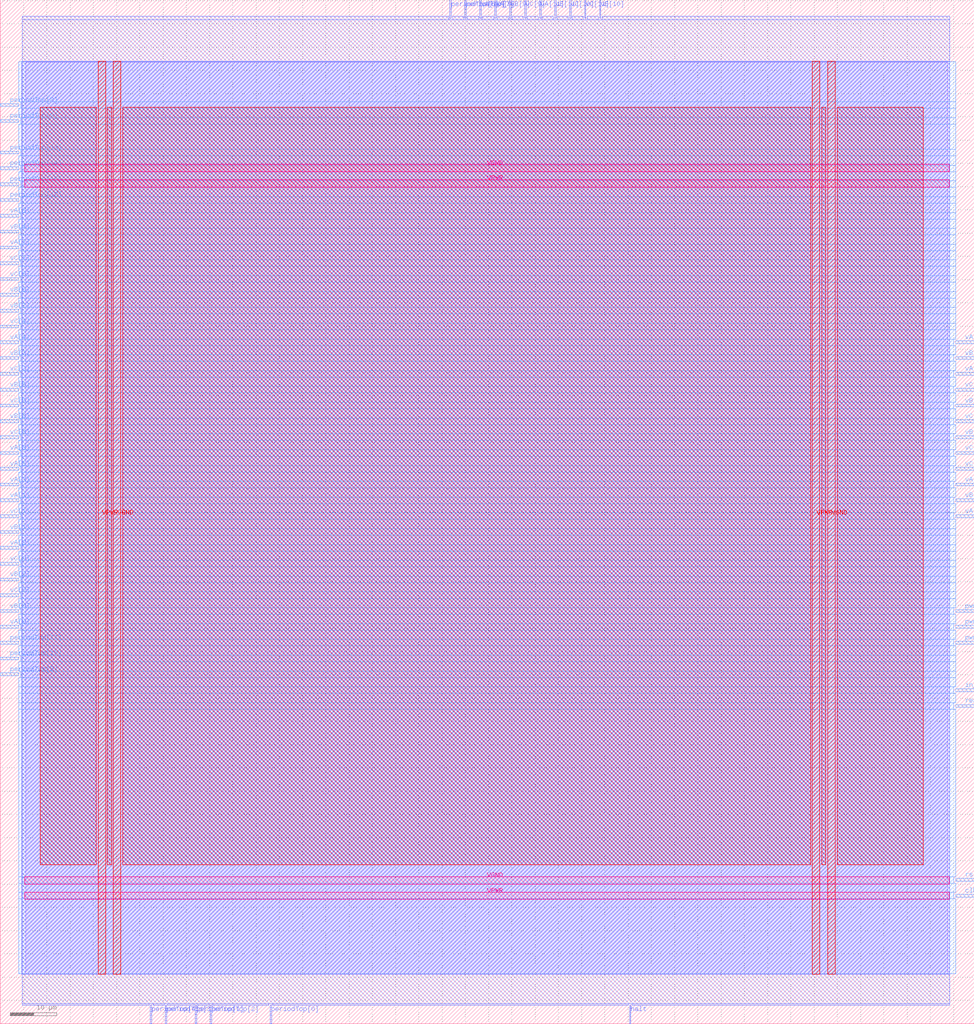
<source format=lef>
VERSION 5.7 ;
  NOWIREEXTENSIONATPIN ON ;
  DIVIDERCHAR "/" ;
  BUSBITCHARS "[]" ;
MACRO svm
  CLASS BLOCK ;
  FOREIGN svm ;
  ORIGIN 0.000 0.000 ;
  SIZE 209.440 BY 220.160 ;
  PIN VGND
    DIRECTION INOUT ;
    USE GROUND ;
    PORT
      LAYER met4 ;
        RECT 24.340 10.640 25.940 206.960 ;
    END
    PORT
      LAYER met4 ;
        RECT 177.940 10.640 179.540 206.960 ;
    END
    PORT
      LAYER met5 ;
        RECT 5.280 30.030 204.020 31.630 ;
    END
    PORT
      LAYER met5 ;
        RECT 5.280 183.210 204.020 184.810 ;
    END
  END VGND
  PIN VPWR
    DIRECTION INOUT ;
    USE POWER ;
    PORT
      LAYER met4 ;
        RECT 21.040 10.640 22.640 206.960 ;
    END
    PORT
      LAYER met4 ;
        RECT 174.640 10.640 176.240 206.960 ;
    END
    PORT
      LAYER met5 ;
        RECT 5.280 26.730 204.020 28.330 ;
    END
    PORT
      LAYER met5 ;
        RECT 5.280 179.910 204.020 181.510 ;
    END
  END VPWR
  PIN clk
    DIRECTION INPUT ;
    USE SIGNAL ;
    ANTENNAGATEAREA 0.852000 ;
    PORT
      LAYER met3 ;
        RECT 205.440 27.240 209.440 27.840 ;
    END
  END clk
  PIN halt
    DIRECTION OUTPUT ;
    USE SIGNAL ;
    ANTENNADIFFAREA 0.795200 ;
    PORT
      LAYER met2 ;
        RECT 135.330 0.000 135.610 4.000 ;
    END
  END halt
  PIN in_valid
    DIRECTION INPUT ;
    USE SIGNAL ;
    ANTENNAGATEAREA 0.196500 ;
    PORT
      LAYER met3 ;
        RECT 205.440 71.440 209.440 72.040 ;
    END
  END in_valid
  PIN periodTop[0]
    DIRECTION INPUT ;
    USE SIGNAL ;
    ANTENNAGATEAREA 0.213000 ;
    PORT
      LAYER met2 ;
        RECT 58.050 0.000 58.330 4.000 ;
    END
  END periodTop[0]
  PIN periodTop[10]
    DIRECTION INPUT ;
    USE SIGNAL ;
    ANTENNAGATEAREA 0.159000 ;
    PORT
      LAYER met3 ;
        RECT 0.000 78.240 4.000 78.840 ;
    END
  END periodTop[10]
  PIN periodTop[11]
    DIRECTION INPUT ;
    USE SIGNAL ;
    ANTENNAGATEAREA 0.213000 ;
    PORT
      LAYER met3 ;
        RECT 0.000 81.640 4.000 82.240 ;
    END
  END periodTop[11]
  PIN periodTop[12]
    DIRECTION INPUT ;
    USE SIGNAL ;
    ANTENNAGATEAREA 0.196500 ;
    PORT
      LAYER met3 ;
        RECT 0.000 176.840 4.000 177.440 ;
    END
  END periodTop[12]
  PIN periodTop[13]
    DIRECTION INPUT ;
    USE SIGNAL ;
    ANTENNAGATEAREA 0.213000 ;
    PORT
      LAYER met3 ;
        RECT 0.000 187.040 4.000 187.640 ;
    END
  END periodTop[13]
  PIN periodTop[14]
    DIRECTION INPUT ;
    USE SIGNAL ;
    ANTENNAGATEAREA 0.213000 ;
    PORT
      LAYER met3 ;
        RECT 0.000 183.640 4.000 184.240 ;
    END
  END periodTop[14]
  PIN periodTop[15]
    DIRECTION INPUT ;
    USE SIGNAL ;
    ANTENNAGATEAREA 0.196500 ;
    PORT
      LAYER met3 ;
        RECT 0.000 180.240 4.000 180.840 ;
    END
  END periodTop[15]
  PIN periodTop[1]
    DIRECTION INPUT ;
    USE SIGNAL ;
    ANTENNAGATEAREA 0.196500 ;
    PORT
      LAYER met2 ;
        RECT 41.950 0.000 42.230 4.000 ;
    END
  END periodTop[1]
  PIN periodTop[2]
    DIRECTION INPUT ;
    USE SIGNAL ;
    ANTENNAGATEAREA 0.196500 ;
    PORT
      LAYER met2 ;
        RECT 45.170 0.000 45.450 4.000 ;
    END
  END periodTop[2]
  PIN periodTop[3]
    DIRECTION INPUT ;
    USE SIGNAL ;
    ANTENNAGATEAREA 0.196500 ;
    PORT
      LAYER met2 ;
        RECT 35.510 0.000 35.790 4.000 ;
    END
  END periodTop[3]
  PIN periodTop[4]
    DIRECTION INPUT ;
    USE SIGNAL ;
    ANTENNAGATEAREA 0.159000 ;
    PORT
      LAYER met2 ;
        RECT 32.290 0.000 32.570 4.000 ;
    END
  END periodTop[4]
  PIN periodTop[5]
    DIRECTION INPUT ;
    USE SIGNAL ;
    ANTENNAGATEAREA 0.213000 ;
    PORT
      LAYER met3 ;
        RECT 0.000 74.840 4.000 75.440 ;
    END
  END periodTop[5]
  PIN periodTop[6]
    DIRECTION INPUT ;
    USE SIGNAL ;
    ANTENNAGATEAREA 0.126000 ;
    PORT
      LAYER met2 ;
        RECT 96.690 216.160 96.970 220.160 ;
    END
  END periodTop[6]
  PIN periodTop[7]
    DIRECTION INPUT ;
    USE SIGNAL ;
    ANTENNAGATEAREA 0.126000 ;
    PORT
      LAYER met2 ;
        RECT 99.910 216.160 100.190 220.160 ;
    END
  END periodTop[7]
  PIN periodTop[8]
    DIRECTION INPUT ;
    USE SIGNAL ;
    ANTENNAGATEAREA 0.126000 ;
    PORT
      LAYER met3 ;
        RECT 0.000 197.240 4.000 197.840 ;
    END
  END periodTop[8]
  PIN periodTop[9]
    DIRECTION INPUT ;
    USE SIGNAL ;
    ANTENNAGATEAREA 0.126000 ;
    PORT
      LAYER met3 ;
        RECT 0.000 193.840 4.000 194.440 ;
    END
  END periodTop[9]
  PIN pwmA
    DIRECTION OUTPUT ;
    USE SIGNAL ;
    ANTENNADIFFAREA 0.795200 ;
    PORT
      LAYER met3 ;
        RECT 205.440 85.040 209.440 85.640 ;
    END
  END pwmA
  PIN pwmB
    DIRECTION OUTPUT ;
    USE SIGNAL ;
    ANTENNADIFFAREA 0.795200 ;
    PORT
      LAYER met3 ;
        RECT 205.440 81.640 209.440 82.240 ;
    END
  END pwmB
  PIN pwmC
    DIRECTION OUTPUT ;
    USE SIGNAL ;
    ANTENNADIFFAREA 0.445500 ;
    PORT
      LAYER met3 ;
        RECT 205.440 88.440 209.440 89.040 ;
    END
  END pwmC
  PIN ready
    DIRECTION OUTPUT ;
    USE SIGNAL ;
    ANTENNADIFFAREA 0.795200 ;
    PORT
      LAYER met3 ;
        RECT 205.440 68.040 209.440 68.640 ;
    END
  END ready
  PIN rstb
    DIRECTION INPUT ;
    USE SIGNAL ;
    ANTENNAGATEAREA 0.196500 ;
    PORT
      LAYER met3 ;
        RECT 205.440 30.640 209.440 31.240 ;
    END
  END rstb
  PIN vA[0]
    DIRECTION INPUT ;
    USE SIGNAL ;
    ANTENNAGATEAREA 0.196500 ;
    PORT
      LAYER met3 ;
        RECT 0.000 85.040 4.000 85.640 ;
    END
  END vA[0]
  PIN vA[10]
    DIRECTION INPUT ;
    USE SIGNAL ;
    ANTENNAGATEAREA 0.196500 ;
    PORT
      LAYER met2 ;
        RECT 103.130 216.160 103.410 220.160 ;
    END
  END vA[10]
  PIN vA[11]
    DIRECTION INPUT ;
    USE SIGNAL ;
    ANTENNAGATEAREA 0.196500 ;
    PORT
      LAYER met2 ;
        RECT 116.010 216.160 116.290 220.160 ;
    END
  END vA[11]
  PIN vA[12]
    DIRECTION INPUT ;
    USE SIGNAL ;
    ANTENNAGATEAREA 0.196500 ;
    PORT
      LAYER met3 ;
        RECT 205.440 108.840 209.440 109.440 ;
    END
  END vA[12]
  PIN vA[13]
    DIRECTION INPUT ;
    USE SIGNAL ;
    ANTENNAGATEAREA 0.196500 ;
    PORT
      LAYER met3 ;
        RECT 205.440 146.240 209.440 146.840 ;
    END
  END vA[13]
  PIN vA[14]
    DIRECTION INPUT ;
    USE SIGNAL ;
    ANTENNAGATEAREA 0.196500 ;
    PORT
      LAYER met3 ;
        RECT 205.440 115.640 209.440 116.240 ;
    END
  END vA[14]
  PIN vA[15]
    DIRECTION INPUT ;
    USE SIGNAL ;
    ANTENNAGATEAREA 0.196500 ;
    PORT
      LAYER met3 ;
        RECT 205.440 139.440 209.440 140.040 ;
    END
  END vA[15]
  PIN vA[1]
    DIRECTION INPUT ;
    USE SIGNAL ;
    ANTENNAGATEAREA 0.196500 ;
    PORT
      LAYER met3 ;
        RECT 0.000 112.240 4.000 112.840 ;
    END
  END vA[1]
  PIN vA[2]
    DIRECTION INPUT ;
    USE SIGNAL ;
    ANTENNAGATEAREA 0.196500 ;
    PORT
      LAYER met3 ;
        RECT 0.000 102.040 4.000 102.640 ;
    END
  END vA[2]
  PIN vA[3]
    DIRECTION INPUT ;
    USE SIGNAL ;
    ANTENNAGATEAREA 0.196500 ;
    PORT
      LAYER met3 ;
        RECT 0.000 115.640 4.000 116.240 ;
    END
  END vA[3]
  PIN vA[4]
    DIRECTION INPUT ;
    USE SIGNAL ;
    ANTENNAGATEAREA 0.196500 ;
    PORT
      LAYER met3 ;
        RECT 0.000 146.240 4.000 146.840 ;
    END
  END vA[4]
  PIN vA[5]
    DIRECTION INPUT ;
    USE SIGNAL ;
    ANTENNAGATEAREA 0.196500 ;
    PORT
      LAYER met3 ;
        RECT 0.000 119.040 4.000 119.640 ;
    END
  END vA[5]
  PIN vA[6]
    DIRECTION INPUT ;
    USE SIGNAL ;
    ANTENNAGATEAREA 0.196500 ;
    PORT
      LAYER met3 ;
        RECT 0.000 173.440 4.000 174.040 ;
    END
  END vA[6]
  PIN vA[7]
    DIRECTION INPUT ;
    USE SIGNAL ;
    ANTENNAGATEAREA 0.196500 ;
    PORT
      LAYER met3 ;
        RECT 0.000 166.640 4.000 167.240 ;
    END
  END vA[7]
  PIN vA[8]
    DIRECTION INPUT ;
    USE SIGNAL ;
    ANTENNAGATEAREA 0.196500 ;
    PORT
      LAYER met3 ;
        RECT 0.000 122.440 4.000 123.040 ;
    END
  END vA[8]
  PIN vA[9]
    DIRECTION INPUT ;
    USE SIGNAL ;
    ANTENNAGATEAREA 0.196500 ;
    PORT
      LAYER met2 ;
        RECT 106.350 216.160 106.630 220.160 ;
    END
  END vA[9]
  PIN vB[0]
    DIRECTION INPUT ;
    USE SIGNAL ;
    ANTENNAGATEAREA 0.196500 ;
    PORT
      LAYER met3 ;
        RECT 0.000 88.440 4.000 89.040 ;
    END
  END vB[0]
  PIN vB[10]
    DIRECTION INPUT ;
    USE SIGNAL ;
    ANTENNAGATEAREA 0.196500 ;
    PORT
      LAYER met2 ;
        RECT 128.890 216.160 129.170 220.160 ;
    END
  END vB[10]
  PIN vB[11]
    DIRECTION INPUT ;
    USE SIGNAL ;
    ANTENNAGATEAREA 0.196500 ;
    PORT
      LAYER met2 ;
        RECT 119.230 216.160 119.510 220.160 ;
    END
  END vB[11]
  PIN vB[12]
    DIRECTION INPUT ;
    USE SIGNAL ;
    ANTENNAGATEAREA 0.196500 ;
    PORT
      LAYER met3 ;
        RECT 205.440 112.240 209.440 112.840 ;
    END
  END vB[12]
  PIN vB[13]
    DIRECTION INPUT ;
    USE SIGNAL ;
    ANTENNAGATEAREA 0.196500 ;
    PORT
      LAYER met3 ;
        RECT 205.440 142.840 209.440 143.440 ;
    END
  END vB[13]
  PIN vB[14]
    DIRECTION INPUT ;
    USE SIGNAL ;
    ANTENNAGATEAREA 0.196500 ;
    PORT
      LAYER met3 ;
        RECT 205.440 125.840 209.440 126.440 ;
    END
  END vB[14]
  PIN vB[15]
    DIRECTION INPUT ;
    USE SIGNAL ;
    ANTENNAGATEAREA 0.196500 ;
    PORT
      LAYER met3 ;
        RECT 205.440 132.640 209.440 133.240 ;
    END
  END vB[15]
  PIN vB[1]
    DIRECTION INPUT ;
    USE SIGNAL ;
    ANTENNAGATEAREA 0.196500 ;
    PORT
      LAYER met3 ;
        RECT 0.000 105.440 4.000 106.040 ;
    END
  END vB[1]
  PIN vB[2]
    DIRECTION INPUT ;
    USE SIGNAL ;
    ANTENNAGATEAREA 0.196500 ;
    PORT
      LAYER met3 ;
        RECT 0.000 95.240 4.000 95.840 ;
    END
  END vB[2]
  PIN vB[3]
    DIRECTION INPUT ;
    USE SIGNAL ;
    ANTENNAGATEAREA 0.196500 ;
    PORT
      LAYER met3 ;
        RECT 0.000 142.840 4.000 143.440 ;
    END
  END vB[3]
  PIN vB[4]
    DIRECTION INPUT ;
    USE SIGNAL ;
    ANTENNAGATEAREA 0.196500 ;
    PORT
      LAYER met3 ;
        RECT 0.000 170.040 4.000 170.640 ;
    END
  END vB[4]
  PIN vB[5]
    DIRECTION INPUT ;
    USE SIGNAL ;
    ANTENNAGATEAREA 0.196500 ;
    PORT
      LAYER met3 ;
        RECT 0.000 136.040 4.000 136.640 ;
    END
  END vB[5]
  PIN vB[6]
    DIRECTION INPUT ;
    USE SIGNAL ;
    ANTENNAGATEAREA 0.196500 ;
    PORT
      LAYER met3 ;
        RECT 0.000 156.440 4.000 157.040 ;
    END
  END vB[6]
  PIN vB[7]
    DIRECTION INPUT ;
    USE SIGNAL ;
    ANTENNAGATEAREA 0.196500 ;
    PORT
      LAYER met3 ;
        RECT 0.000 153.040 4.000 153.640 ;
    END
  END vB[7]
  PIN vB[8]
    DIRECTION INPUT ;
    USE SIGNAL ;
    ANTENNAGATEAREA 0.196500 ;
    PORT
      LAYER met3 ;
        RECT 0.000 129.240 4.000 129.840 ;
    END
  END vB[8]
  PIN vB[9]
    DIRECTION INPUT ;
    USE SIGNAL ;
    ANTENNAGATEAREA 0.196500 ;
    PORT
      LAYER met2 ;
        RECT 109.570 216.160 109.850 220.160 ;
    END
  END vB[9]
  PIN vC[0]
    DIRECTION INPUT ;
    USE SIGNAL ;
    ANTENNAGATEAREA 0.495000 ;
    PORT
      LAYER met3 ;
        RECT 0.000 98.640 4.000 99.240 ;
    END
  END vC[0]
  PIN vC[10]
    DIRECTION INPUT ;
    USE SIGNAL ;
    ANTENNAGATEAREA 0.495000 ;
    PORT
      LAYER met2 ;
        RECT 122.450 216.160 122.730 220.160 ;
    END
  END vC[10]
  PIN vC[11]
    DIRECTION INPUT ;
    USE SIGNAL ;
    ANTENNAGATEAREA 0.196500 ;
    PORT
      LAYER met2 ;
        RECT 125.670 216.160 125.950 220.160 ;
    END
  END vC[11]
  PIN vC[12]
    DIRECTION INPUT ;
    USE SIGNAL ;
    ANTENNAGATEAREA 0.196500 ;
    PORT
      LAYER met3 ;
        RECT 205.440 119.040 209.440 119.640 ;
    END
  END vC[12]
  PIN vC[13]
    DIRECTION INPUT ;
    USE SIGNAL ;
    ANTENNAGATEAREA 0.196500 ;
    PORT
      LAYER met3 ;
        RECT 205.440 136.040 209.440 136.640 ;
    END
  END vC[13]
  PIN vC[14]
    DIRECTION INPUT ;
    USE SIGNAL ;
    ANTENNAGATEAREA 0.196500 ;
    PORT
      LAYER met3 ;
        RECT 205.440 122.440 209.440 123.040 ;
    END
  END vC[14]
  PIN vC[15]
    DIRECTION INPUT ;
    USE SIGNAL ;
    ANTENNAGATEAREA 0.196500 ;
    PORT
      LAYER met3 ;
        RECT 205.440 129.240 209.440 129.840 ;
    END
  END vC[15]
  PIN vC[1]
    DIRECTION INPUT ;
    USE SIGNAL ;
    ANTENNAGATEAREA 0.196500 ;
    PORT
      LAYER met3 ;
        RECT 0.000 108.840 4.000 109.440 ;
    END
  END vC[1]
  PIN vC[2]
    DIRECTION INPUT ;
    USE SIGNAL ;
    ANTENNAGATEAREA 0.196500 ;
    PORT
      LAYER met3 ;
        RECT 0.000 91.840 4.000 92.440 ;
    END
  END vC[2]
  PIN vC[3]
    DIRECTION INPUT ;
    USE SIGNAL ;
    ANTENNAGATEAREA 0.196500 ;
    PORT
      LAYER met3 ;
        RECT 0.000 139.440 4.000 140.040 ;
    END
  END vC[3]
  PIN vC[4]
    DIRECTION INPUT ;
    USE SIGNAL ;
    ANTENNAGATEAREA 0.495000 ;
    PORT
      LAYER met3 ;
        RECT 0.000 149.640 4.000 150.240 ;
    END
  END vC[4]
  PIN vC[5]
    DIRECTION INPUT ;
    USE SIGNAL ;
    ANTENNAGATEAREA 0.196500 ;
    PORT
      LAYER met3 ;
        RECT 0.000 132.640 4.000 133.240 ;
    END
  END vC[5]
  PIN vC[6]
    DIRECTION INPUT ;
    USE SIGNAL ;
    ANTENNAGATEAREA 0.196500 ;
    PORT
      LAYER met3 ;
        RECT 0.000 159.840 4.000 160.440 ;
    END
  END vC[6]
  PIN vC[7]
    DIRECTION INPUT ;
    USE SIGNAL ;
    ANTENNAGATEAREA 0.196500 ;
    PORT
      LAYER met3 ;
        RECT 0.000 163.240 4.000 163.840 ;
    END
  END vC[7]
  PIN vC[8]
    DIRECTION INPUT ;
    USE SIGNAL ;
    ANTENNAGATEAREA 0.196500 ;
    PORT
      LAYER met3 ;
        RECT 0.000 125.840 4.000 126.440 ;
    END
  END vC[8]
  PIN vC[9]
    DIRECTION INPUT ;
    USE SIGNAL ;
    ANTENNAGATEAREA 0.495000 ;
    PORT
      LAYER met2 ;
        RECT 112.790 216.160 113.070 220.160 ;
    END
  END vC[9]
  OBS
      LAYER li1 ;
        RECT 5.520 10.795 203.780 206.805 ;
      LAYER met1 ;
        RECT 4.670 10.640 204.170 206.960 ;
      LAYER met2 ;
        RECT 4.690 215.880 96.410 216.650 ;
        RECT 97.250 215.880 99.630 216.650 ;
        RECT 100.470 215.880 102.850 216.650 ;
        RECT 103.690 215.880 106.070 216.650 ;
        RECT 106.910 215.880 109.290 216.650 ;
        RECT 110.130 215.880 112.510 216.650 ;
        RECT 113.350 215.880 115.730 216.650 ;
        RECT 116.570 215.880 118.950 216.650 ;
        RECT 119.790 215.880 122.170 216.650 ;
        RECT 123.010 215.880 125.390 216.650 ;
        RECT 126.230 215.880 128.610 216.650 ;
        RECT 129.450 215.880 204.150 216.650 ;
        RECT 4.690 4.280 204.150 215.880 ;
        RECT 4.690 4.000 32.010 4.280 ;
        RECT 32.850 4.000 35.230 4.280 ;
        RECT 36.070 4.000 41.670 4.280 ;
        RECT 42.510 4.000 44.890 4.280 ;
        RECT 45.730 4.000 57.770 4.280 ;
        RECT 58.610 4.000 135.050 4.280 ;
        RECT 135.890 4.000 204.150 4.280 ;
      LAYER met3 ;
        RECT 3.990 198.240 205.440 206.885 ;
        RECT 4.400 196.840 205.440 198.240 ;
        RECT 3.990 194.840 205.440 196.840 ;
        RECT 4.400 193.440 205.440 194.840 ;
        RECT 3.990 188.040 205.440 193.440 ;
        RECT 4.400 186.640 205.440 188.040 ;
        RECT 3.990 184.640 205.440 186.640 ;
        RECT 4.400 183.240 205.440 184.640 ;
        RECT 3.990 181.240 205.440 183.240 ;
        RECT 4.400 179.840 205.440 181.240 ;
        RECT 3.990 177.840 205.440 179.840 ;
        RECT 4.400 176.440 205.440 177.840 ;
        RECT 3.990 174.440 205.440 176.440 ;
        RECT 4.400 173.040 205.440 174.440 ;
        RECT 3.990 171.040 205.440 173.040 ;
        RECT 4.400 169.640 205.440 171.040 ;
        RECT 3.990 167.640 205.440 169.640 ;
        RECT 4.400 166.240 205.440 167.640 ;
        RECT 3.990 164.240 205.440 166.240 ;
        RECT 4.400 162.840 205.440 164.240 ;
        RECT 3.990 160.840 205.440 162.840 ;
        RECT 4.400 159.440 205.440 160.840 ;
        RECT 3.990 157.440 205.440 159.440 ;
        RECT 4.400 156.040 205.440 157.440 ;
        RECT 3.990 154.040 205.440 156.040 ;
        RECT 4.400 152.640 205.440 154.040 ;
        RECT 3.990 150.640 205.440 152.640 ;
        RECT 4.400 149.240 205.440 150.640 ;
        RECT 3.990 147.240 205.440 149.240 ;
        RECT 4.400 145.840 205.040 147.240 ;
        RECT 3.990 143.840 205.440 145.840 ;
        RECT 4.400 142.440 205.040 143.840 ;
        RECT 3.990 140.440 205.440 142.440 ;
        RECT 4.400 139.040 205.040 140.440 ;
        RECT 3.990 137.040 205.440 139.040 ;
        RECT 4.400 135.640 205.040 137.040 ;
        RECT 3.990 133.640 205.440 135.640 ;
        RECT 4.400 132.240 205.040 133.640 ;
        RECT 3.990 130.240 205.440 132.240 ;
        RECT 4.400 128.840 205.040 130.240 ;
        RECT 3.990 126.840 205.440 128.840 ;
        RECT 4.400 125.440 205.040 126.840 ;
        RECT 3.990 123.440 205.440 125.440 ;
        RECT 4.400 122.040 205.040 123.440 ;
        RECT 3.990 120.040 205.440 122.040 ;
        RECT 4.400 118.640 205.040 120.040 ;
        RECT 3.990 116.640 205.440 118.640 ;
        RECT 4.400 115.240 205.040 116.640 ;
        RECT 3.990 113.240 205.440 115.240 ;
        RECT 4.400 111.840 205.040 113.240 ;
        RECT 3.990 109.840 205.440 111.840 ;
        RECT 4.400 108.440 205.040 109.840 ;
        RECT 3.990 106.440 205.440 108.440 ;
        RECT 4.400 105.040 205.440 106.440 ;
        RECT 3.990 103.040 205.440 105.040 ;
        RECT 4.400 101.640 205.440 103.040 ;
        RECT 3.990 99.640 205.440 101.640 ;
        RECT 4.400 98.240 205.440 99.640 ;
        RECT 3.990 96.240 205.440 98.240 ;
        RECT 4.400 94.840 205.440 96.240 ;
        RECT 3.990 92.840 205.440 94.840 ;
        RECT 4.400 91.440 205.440 92.840 ;
        RECT 3.990 89.440 205.440 91.440 ;
        RECT 4.400 88.040 205.040 89.440 ;
        RECT 3.990 86.040 205.440 88.040 ;
        RECT 4.400 84.640 205.040 86.040 ;
        RECT 3.990 82.640 205.440 84.640 ;
        RECT 4.400 81.240 205.040 82.640 ;
        RECT 3.990 79.240 205.440 81.240 ;
        RECT 4.400 77.840 205.440 79.240 ;
        RECT 3.990 75.840 205.440 77.840 ;
        RECT 4.400 74.440 205.440 75.840 ;
        RECT 3.990 72.440 205.440 74.440 ;
        RECT 3.990 71.040 205.040 72.440 ;
        RECT 3.990 69.040 205.440 71.040 ;
        RECT 3.990 67.640 205.040 69.040 ;
        RECT 3.990 31.640 205.440 67.640 ;
        RECT 3.990 30.240 205.040 31.640 ;
        RECT 3.990 28.240 205.440 30.240 ;
        RECT 3.990 26.840 205.040 28.240 ;
        RECT 3.990 10.715 205.440 26.840 ;
      LAYER met4 ;
        RECT 8.575 34.175 20.640 197.025 ;
        RECT 23.040 34.175 23.940 197.025 ;
        RECT 26.340 34.175 174.240 197.025 ;
        RECT 176.640 34.175 177.540 197.025 ;
        RECT 179.940 34.175 198.425 197.025 ;
  END
END svm
END LIBRARY


</source>
